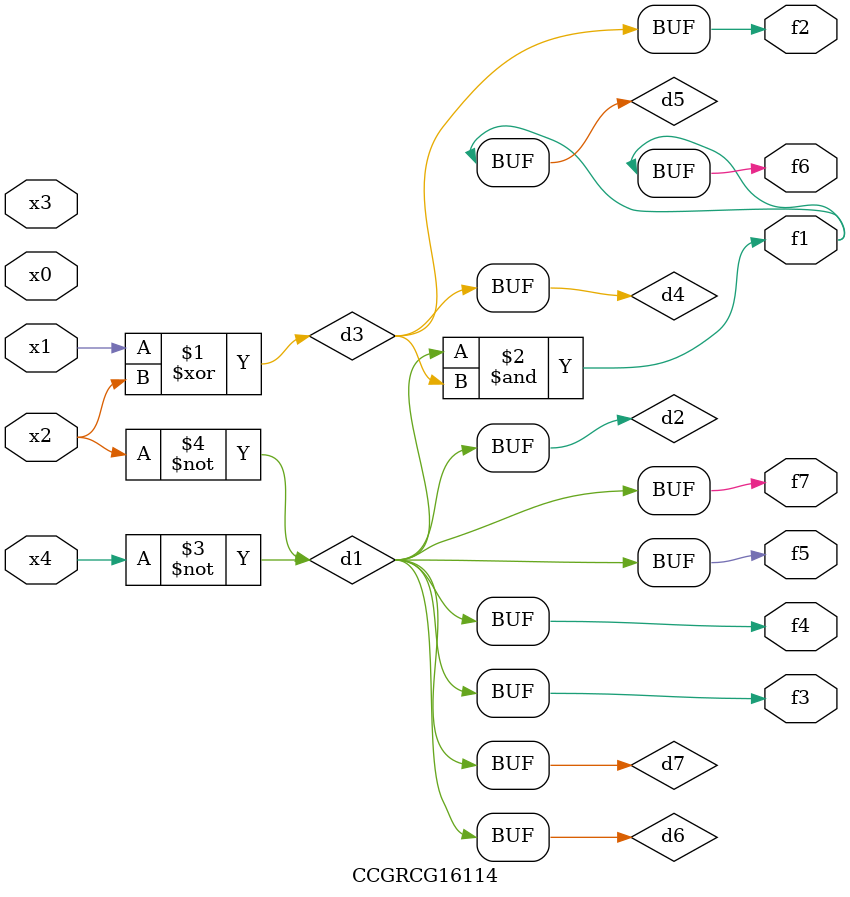
<source format=v>
module CCGRCG16114(
	input x0, x1, x2, x3, x4,
	output f1, f2, f3, f4, f5, f6, f7
);

	wire d1, d2, d3, d4, d5, d6, d7;

	not (d1, x4);
	not (d2, x2);
	xor (d3, x1, x2);
	buf (d4, d3);
	and (d5, d1, d3);
	buf (d6, d1, d2);
	buf (d7, d2);
	assign f1 = d5;
	assign f2 = d4;
	assign f3 = d7;
	assign f4 = d7;
	assign f5 = d7;
	assign f6 = d5;
	assign f7 = d7;
endmodule

</source>
